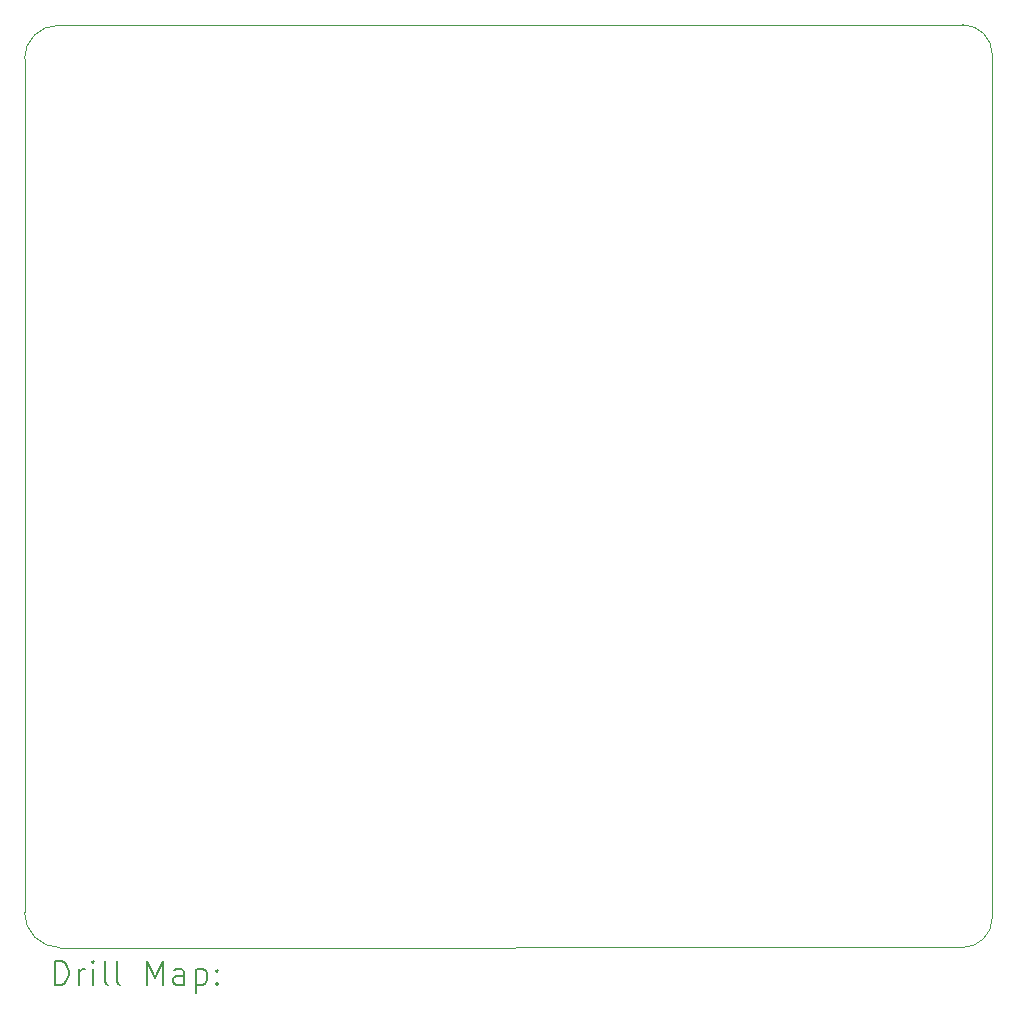
<source format=gbr>
%TF.GenerationSoftware,KiCad,Pcbnew,8.0.8*%
%TF.CreationDate,2025-04-14T10:59:12+01:00*%
%TF.ProjectId,Bat-mon_v1,4261742d-6d6f-46e5-9f76-312e6b696361,rev?*%
%TF.SameCoordinates,Original*%
%TF.FileFunction,Drillmap*%
%TF.FilePolarity,Positive*%
%FSLAX45Y45*%
G04 Gerber Fmt 4.5, Leading zero omitted, Abs format (unit mm)*
G04 Created by KiCad (PCBNEW 8.0.8) date 2025-04-14 10:59:12*
%MOMM*%
%LPD*%
G01*
G04 APERTURE LIST*
%ADD10C,0.050000*%
%ADD11C,0.200000*%
G04 APERTURE END LIST*
D10*
X10354896Y-10029896D02*
G75*
G02*
X10104896Y-10279896I-250006J6D01*
G01*
X2161673Y-9981673D02*
X2161673Y-2756673D01*
X2461673Y-10281673D02*
G75*
G02*
X2161672Y-9981673I0J300001D01*
G01*
X10354896Y-10029896D02*
X10356041Y-2718560D01*
X2161673Y-2756673D02*
G75*
G02*
X2444548Y-2473798I282875J0D01*
G01*
X2461673Y-10281673D02*
X10104896Y-10279896D01*
X2444548Y-2473798D02*
X10104265Y-2468554D01*
X10104265Y-2468554D02*
G75*
G02*
X10356050Y-2718560I6J-251786D01*
G01*
D11*
X2419949Y-10595656D02*
X2419949Y-10395656D01*
X2419949Y-10395656D02*
X2467568Y-10395656D01*
X2467568Y-10395656D02*
X2496140Y-10405180D01*
X2496140Y-10405180D02*
X2515188Y-10424228D01*
X2515188Y-10424228D02*
X2524711Y-10443275D01*
X2524711Y-10443275D02*
X2534235Y-10481371D01*
X2534235Y-10481371D02*
X2534235Y-10509942D01*
X2534235Y-10509942D02*
X2524711Y-10548037D01*
X2524711Y-10548037D02*
X2515188Y-10567085D01*
X2515188Y-10567085D02*
X2496140Y-10586133D01*
X2496140Y-10586133D02*
X2467568Y-10595656D01*
X2467568Y-10595656D02*
X2419949Y-10595656D01*
X2619949Y-10595656D02*
X2619949Y-10462323D01*
X2619949Y-10500418D02*
X2629473Y-10481371D01*
X2629473Y-10481371D02*
X2638997Y-10471847D01*
X2638997Y-10471847D02*
X2658045Y-10462323D01*
X2658045Y-10462323D02*
X2677092Y-10462323D01*
X2743759Y-10595656D02*
X2743759Y-10462323D01*
X2743759Y-10395656D02*
X2734235Y-10405180D01*
X2734235Y-10405180D02*
X2743759Y-10414704D01*
X2743759Y-10414704D02*
X2753283Y-10405180D01*
X2753283Y-10405180D02*
X2743759Y-10395656D01*
X2743759Y-10395656D02*
X2743759Y-10414704D01*
X2867568Y-10595656D02*
X2848521Y-10586133D01*
X2848521Y-10586133D02*
X2838997Y-10567085D01*
X2838997Y-10567085D02*
X2838997Y-10395656D01*
X2972330Y-10595656D02*
X2953283Y-10586133D01*
X2953283Y-10586133D02*
X2943759Y-10567085D01*
X2943759Y-10567085D02*
X2943759Y-10395656D01*
X3200902Y-10595656D02*
X3200902Y-10395656D01*
X3200902Y-10395656D02*
X3267568Y-10538514D01*
X3267568Y-10538514D02*
X3334235Y-10395656D01*
X3334235Y-10395656D02*
X3334235Y-10595656D01*
X3515187Y-10595656D02*
X3515187Y-10490895D01*
X3515187Y-10490895D02*
X3505664Y-10471847D01*
X3505664Y-10471847D02*
X3486616Y-10462323D01*
X3486616Y-10462323D02*
X3448521Y-10462323D01*
X3448521Y-10462323D02*
X3429473Y-10471847D01*
X3515187Y-10586133D02*
X3496140Y-10595656D01*
X3496140Y-10595656D02*
X3448521Y-10595656D01*
X3448521Y-10595656D02*
X3429473Y-10586133D01*
X3429473Y-10586133D02*
X3419949Y-10567085D01*
X3419949Y-10567085D02*
X3419949Y-10548037D01*
X3419949Y-10548037D02*
X3429473Y-10528990D01*
X3429473Y-10528990D02*
X3448521Y-10519466D01*
X3448521Y-10519466D02*
X3496140Y-10519466D01*
X3496140Y-10519466D02*
X3515187Y-10509942D01*
X3610426Y-10462323D02*
X3610426Y-10662323D01*
X3610426Y-10471847D02*
X3629473Y-10462323D01*
X3629473Y-10462323D02*
X3667568Y-10462323D01*
X3667568Y-10462323D02*
X3686616Y-10471847D01*
X3686616Y-10471847D02*
X3696140Y-10481371D01*
X3696140Y-10481371D02*
X3705664Y-10500418D01*
X3705664Y-10500418D02*
X3705664Y-10557561D01*
X3705664Y-10557561D02*
X3696140Y-10576609D01*
X3696140Y-10576609D02*
X3686616Y-10586133D01*
X3686616Y-10586133D02*
X3667568Y-10595656D01*
X3667568Y-10595656D02*
X3629473Y-10595656D01*
X3629473Y-10595656D02*
X3610426Y-10586133D01*
X3791378Y-10576609D02*
X3800902Y-10586133D01*
X3800902Y-10586133D02*
X3791378Y-10595656D01*
X3791378Y-10595656D02*
X3781854Y-10586133D01*
X3781854Y-10586133D02*
X3791378Y-10576609D01*
X3791378Y-10576609D02*
X3791378Y-10595656D01*
X3791378Y-10471847D02*
X3800902Y-10481371D01*
X3800902Y-10481371D02*
X3791378Y-10490895D01*
X3791378Y-10490895D02*
X3781854Y-10481371D01*
X3781854Y-10481371D02*
X3791378Y-10471847D01*
X3791378Y-10471847D02*
X3791378Y-10490895D01*
M02*

</source>
